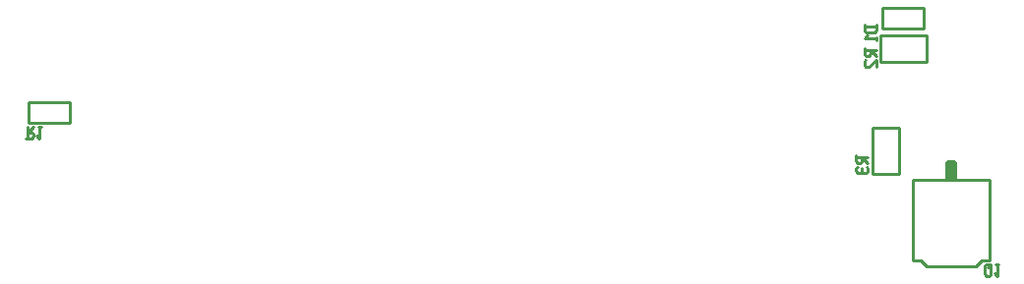
<source format=gbr>
G04 start of page 9 for group -4078 idx -4078 *
G04 Title: (unknown), bottomsilk *
G04 Creator: pcb 20091103 *
G04 CreationDate: Wed 16 Nov 2011 10:52:43 GMT UTC *
G04 For: jeanmarc *
G04 Format: Gerber/RS-274X *
G04 PCB-Dimensions: 657480 551181 *
G04 PCB-Coordinate-Origin: lower left *
%MOIN*%
%FSLAX25Y25*%
%LNBACKSILK*%
%ADD11C,0.0200*%
%ADD39C,0.0100*%
G54D39*X318798Y278657D02*Y271721D01*
X304776Y278657D02*X318798D01*
X304776D02*Y271721D01*
X318798D01*
X590932Y254218D02*X599836D01*
Y269816D02*Y254218D01*
X590932Y269816D02*X599836D01*
X590932D02*Y254218D01*
X604533Y252475D02*X630333D01*
Y225075D01*
X627833D02*X630333D01*
X627833D02*X625833Y223075D01*
X609033D02*X625833D01*
X609033D02*X607033Y225075D01*
X604533D02*X607033D01*
X604533Y252475D02*Y225075D01*
G54D11*X616433Y257975D02*Y252975D01*
Y257975D02*X616933D01*
Y252975D01*
X617433D01*
Y257975D02*Y252975D01*
Y257975D02*X617933D01*
Y252975D01*
X618433D01*
Y257975D02*Y252975D01*
G54D39*X593461Y301240D02*Y292336D01*
X609059D01*
Y301240D02*Y292336D01*
X593461Y301240D02*X609059D01*
X608160Y310649D02*Y303713D01*
X594138Y310649D02*X608160D01*
X594138D02*Y303713D01*
X608160D01*
X303919Y266461D02*X305919D01*
X306419Y266961D01*
Y267961D01*
X305919Y268461D02*X306419Y267961D01*
X304419Y268461D02*X305919D01*
X304419Y266461D02*Y270461D01*
Y268461D02*X306419Y270461D01*
X308120D02*X309120D01*
X308620Y266461D02*Y270461D01*
X307620Y267461D02*X308620Y266461D01*
X588056Y294826D02*Y296826D01*
Y294826D02*X588556Y294326D01*
X589556D01*
X590056Y294826D02*X589556Y294326D01*
X590056Y294826D02*Y296326D01*
X588056D02*X592056D01*
X590056D02*X592056Y294326D01*
X588556Y293125D02*X588056Y292625D01*
Y291125D02*Y292625D01*
Y291125D02*X588556Y290625D01*
X589556D01*
X592056Y293125D02*X589556Y290625D01*
X592056D02*Y293125D01*
X588103Y304469D02*X592103D01*
X588103Y302969D02*X588603Y302469D01*
X591603D01*
X592103Y302969D02*X591603Y302469D01*
X592103Y302969D02*Y304969D01*
X588103Y302969D02*Y304969D01*
X592103Y299768D02*Y300768D01*
X588103Y300268D02*X592103D01*
X589103Y301268D02*X588103Y300268D01*
X585210Y258476D02*Y260476D01*
Y258476D02*X585710Y257976D01*
X586710D01*
X587210Y258476D02*X586710Y257976D01*
X587210Y258476D02*Y259976D01*
X585210D02*X589210D01*
X587210D02*X589210Y257976D01*
X585710Y256775D02*X585210Y256275D01*
Y255275D02*Y256275D01*
Y255275D02*X585710Y254775D01*
X588710D01*
X589210Y255275D02*X588710Y254775D01*
X589210Y255275D02*Y256275D01*
X588710Y256775D02*X589210Y256275D01*
X587210Y254775D02*Y256275D01*
X628833Y220275D02*Y223275D01*
Y220275D02*X629333Y219775D01*
X630333D01*
X630833Y220275D01*
Y223275D01*
X630333Y223775D02*X630833Y223275D01*
X629333Y223775D02*X630333D01*
X628833Y223275D02*X629333Y223775D01*
X629833Y222775D02*X630833Y223775D01*
X632534D02*X633534D01*
X633034Y219775D02*Y223775D01*
X632034Y220775D02*X633034Y219775D01*
M02*

</source>
